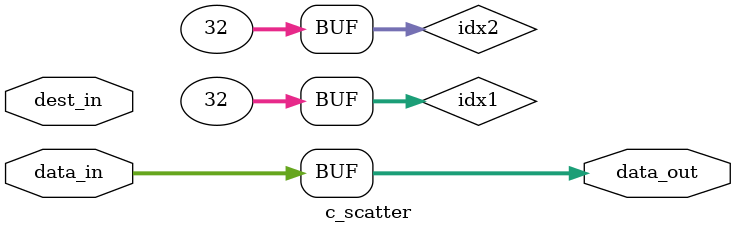
<source format=v>
module c_scatter
  (data_in, dest_in, data_out);
   parameter out_width = 32;
   function integer pop_count(input [0:out_width-1] argument);
      integer i;
      begin
	 pop_count = 0;
	 for(i = 0; i < out_width; i = i + 1)
	   pop_count = pop_count + argument[i];
      end
   endfunction
   parameter [0:out_width-1] mask = {out_width{1'b1}};
   localparam in_width = pop_count(mask);
   input [0:in_width-1] data_in;
   input [0:out_width-1] dest_in;
   output [0:out_width-1] data_out;
   reg [0:out_width-1] 	  data_out;
   integer 		  idx1, idx2;
   always @(data_in)
     begin
	idx2 = 0;
	for(idx1 = 0; idx1 < out_width; idx1 = idx1 + 1)
	  if(mask[idx1] == 1'b1)
	    begin
	       data_out[idx1] = data_in[idx2];
	       idx2 = idx2 + 1;
	    end
	  else
	    data_out[idx1] = dest_in[idx1];
     end
endmodule
</source>
